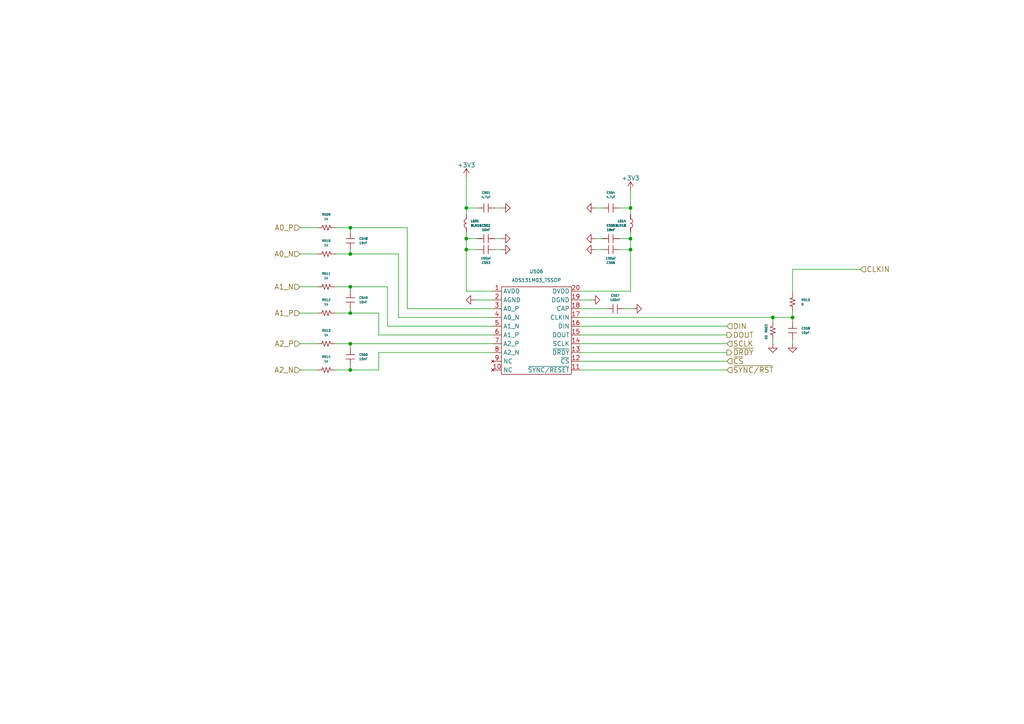
<source format=kicad_sch>
(kicad_sch (version 20211123) (generator eeschema)
  (paper "A4")
  (lib_symbols
    (symbol "ADS131M03:ADS131M03_TSSOP"
      (property "Reference" "U" (at 0 13.97 0))
      (property "Value" "ADS131M03_TSSOP" (at 0 -15.24 0))
      (symbol "ADS131M03_TSSOP_0_1"
        (rectangle (start -10.16 12.7) (end 10.16 -12.7) (stroke (width 0.1524)))
      )
      (symbol "ADS131M03_TSSOP_1_1"
        (pin power_in line (at -12.7 11.43 0) (length 2.54) (name "AVDD") (number "1"))
        (pin no_connect line (at -12.7 -11.43 0) (length 2.54) (name "NC") (number "10"))
        (pin input line (at 12.7 -11.43 180) (length 2.54) (name "~{SYNC/RESET}") (number "11"))
        (pin input line (at 12.7 -8.89 180) (length 2.54) (name "~{CS}") (number "12"))
        (pin output line (at 12.7 -6.35 180) (length 2.54) (name "~{DRDY}") (number "13"))
        (pin input line (at 12.7 -3.81 180) (length 2.54) (name "SCLK") (number "14"))
        (pin output line (at 12.7 -1.27 180) (length 2.54) (name "DOUT") (number "15"))
        (pin input line (at 12.7 1.27 180) (length 2.54) (name "DIN") (number "16"))
        (pin input line (at 12.7 3.81 180) (length 2.54) (name "CLKIN") (number "17"))
        (pin power_out line (at 12.7 6.35 180) (length 2.54) (name "CAP") (number "18"))
        (pin power_in line (at 12.7 8.89 180) (length 2.54) (name "DGND") (number "19"))
        (pin power_in line (at -12.7 8.89 0) (length 2.54) (name "AGND") (number "2"))
        (pin power_in line (at 12.7 11.43 180) (length 2.54) (name "DVDD") (number "20"))
        (pin input line (at -12.7 6.35 0) (length 2.54) (name "A0_P") (number "3"))
        (pin input line (at -12.7 3.81 0) (length 2.54) (name "A0_N") (number "4"))
        (pin input line (at -12.7 1.27 0) (length 2.54) (name "A1_N") (number "5"))
        (pin input line (at -12.7 -1.27 0) (length 2.54) (name "A1_P") (number "6"))
        (pin input line (at -12.7 -3.81 0) (length 2.54) (name "A2_P") (number "7"))
        (pin input line (at -12.7 -6.35 0) (length 2.54) (name "A2_N") (number "8"))
        (pin no_connect line (at -12.7 -8.89 0) (length 2.54) (name "NC") (number "9"))
      )
    )
    (symbol "adccore-rescue:+3.3V" (power) (pin_names (offset 0))
      (property "Value" "+3.3V" (at 0 3.556 0))
      (symbol "+3.3V_0_1"
        (polyline (pts (xy -0.762 1.27) (xy 0 2.54)))
        (polyline (pts (xy 0 0) (xy 0 2.54)))
        (polyline (pts (xy 0 2.54) (xy 0.762 1.27)))
      )
      (symbol "+3.3V_1_1"
        (pin power_in line (at 0 0 90) (length 0) hide (name "+3V3") (number "1"))
      )
    )
    (symbol "adccore-rescue:GND" (power) (pin_names (offset 0))
      (property "Value" "GND" (at 0 -3.81 0))
      (symbol "GND_0_1"
        (polyline (pts (xy 0 0) (xy 0 -1.27) (xy 1.27 -1.27) (xy 0 -2.54) (xy -1.27 -1.27) (xy 0 -1.27)))
      )
      (symbol "GND_1_1"
        (pin power_in line (at 0 0 270) (length 0) hide (name "GND") (number "1"))
      )
    )
    (symbol "passives:CAP_0402" (pin_numbers hide) (pin_names (offset 0) hide)
      (property "Reference" "C" (at 0 -2.54 0))
      (property "Value" "CAP_0402" (at 0 1.905 0))
      (symbol "CAP_0402_0_1"
        (polyline (pts (xy -1.27 0) (xy -0.635 0)))
        (polyline (pts (xy -0.635 -1.27) (xy -0.635 1.27)))
        (polyline (pts (xy 0.635 -1.27) (xy 0.635 -0.635)))
        (polyline (pts (xy 0.635 0.635) (xy 0.635 -0.635)))
        (polyline (pts (xy 0.635 1.27) (xy 0.635 0.635)))
        (polyline (pts (xy 1.27 0) (xy 0.635 0)))
      )
      (symbol "CAP_0402_1_1"
        (pin passive line (at -2.54 0 0) (length 1.27) (name "~") (number "1"))
        (pin passive line (at 2.54 0 180) (length 1.27) (name "~") (number "2"))
      )
    )
    (symbol "passives:CAP_0805" (pin_numbers hide) (pin_names (offset 0) hide)
      (property "Reference" "C" (at 0 -2.54 0))
      (property "Value" "CAP_0805" (at 0 1.905 0))
      (symbol "CAP_0805_0_1"
        (polyline (pts (xy -1.27 0) (xy -0.635 0)))
        (polyline (pts (xy -0.635 -1.27) (xy -0.635 1.27)))
        (polyline (pts (xy 0.635 -1.27) (xy 0.635 -0.635)))
        (polyline (pts (xy 0.635 0.635) (xy 0.635 -0.635)))
        (polyline (pts (xy 0.635 1.27) (xy 0.635 0.635)))
        (polyline (pts (xy 1.27 0) (xy 0.635 0)))
      )
      (symbol "CAP_0805_1_1"
        (pin passive line (at -2.54 0 0) (length 1.27) (name "~") (number "1"))
        (pin passive line (at 2.54 0 180) (length 1.27) (name "~") (number "2"))
      )
    )
    (symbol "passives:IND_0603" (pin_numbers hide) (pin_names (offset 0) hide)
      (property "Reference" "L" (at 0 -2.54 0))
      (property "Value" "IND_0603" (at 0 1.27 0))
      (symbol "IND_0603_0_1"
        (arc (start 0 0) (mid -0.635 0.635) (end -1.27 0))
        (arc (start 1.27 0) (mid 0.635 0.635) (end 0 0))
      )
      (symbol "IND_0603_1_1"
        (pin passive line (at -2.54 0 0) (length 1.27) (name "~") (number "1"))
        (pin passive line (at 2.54 0 180) (length 1.27) (name "~") (number "2"))
      )
    )
    (symbol "passives:RES_0402" (pin_numbers hide) (pin_names (offset 0) hide)
      (property "Reference" "R" (at 0 -2.54 0))
      (property "Value" "RES_0402" (at 0 1.27 0))
      (symbol "RES_0402_0_1"
        (polyline (pts (xy -1.27 0) (xy -1.016 0.762) (xy -0.508 -0.762) (xy 0 0.762) (xy 0.508 -0.762) (xy 1.016 0.762) (xy 1.27 0)))
      )
      (symbol "RES_0402_1_1"
        (pin passive line (at -2.54 0 0) (length 1.27) (name "1") (number "1"))
        (pin passive line (at 2.54 0 180) (length 1.27) (name "2") (number "2"))
      )
    )
  )
  (junction (at 101.6 73.66))
  (junction (at 135.255 60.325))
  (junction (at 182.88 72.39))
  (junction (at 182.88 60.325))
  (junction (at 182.88 69.215))
  (junction (at 135.255 72.39))
  (junction (at 101.6 83.185))
  (junction (at 224.155 92.075))
  (junction (at 101.6 107.315))
  (junction (at 101.6 66.04))
  (junction (at 135.255 69.215))
  (junction (at 101.6 90.805))
  (junction (at 101.6 99.695))
  (junction (at 229.87 92.075))
  (wire (pts (xy 182.88 69.215) (xy 182.88 72.39)))
  (wire (pts (xy 224.155 92.075) (xy 229.87 92.075)))
  (wire (pts (xy 224.155 92.075) (xy 224.155 93.345)))
  (wire (pts (xy 101.6 73.66) (xy 97.155 73.66)))
  (wire (pts (xy 86.995 107.315) (xy 92.075 107.315)))
  (wire (pts (xy 101.6 106.045) (xy 101.6 107.315)))
  (wire (pts (xy 168.275 97.155) (xy 210.82 97.155)))
  (wire (pts (xy 86.995 99.695) (xy 92.075 99.695)))
  (wire (pts (xy 229.87 90.17) (xy 229.87 92.075)))
  (wire (pts (xy 101.6 72.39) (xy 101.6 73.66)))
  (wire (pts (xy 143.51 60.325) (xy 145.415 60.325)))
  (wire (pts (xy 142.875 89.535) (xy 118.11 89.535)))
  (wire (pts (xy 86.995 66.04) (xy 92.075 66.04)))
  (wire (pts (xy 142.875 84.455) (xy 135.255 84.455)))
  (wire (pts (xy 101.6 99.695) (xy 101.6 100.965)))
  (wire (pts (xy 142.875 102.235) (xy 109.855 102.235)))
  (wire (pts (xy 229.87 98.425) (xy 229.87 99.695)))
  (wire (pts (xy 168.275 107.315) (xy 210.82 107.315)))
  (wire (pts (xy 142.875 92.075) (xy 115.57 92.075)))
  (wire (pts (xy 118.11 66.04) (xy 101.6 66.04)))
  (wire (pts (xy 174.625 60.325) (xy 172.72 60.325)))
  (wire (pts (xy 137.795 86.995) (xy 142.875 86.995)))
  (wire (pts (xy 92.075 73.66) (xy 86.995 73.66)))
  (wire (pts (xy 180.975 89.535) (xy 183.515 89.535)))
  (wire (pts (xy 135.255 60.325) (xy 138.43 60.325)))
  (wire (pts (xy 109.855 102.235) (xy 109.855 107.315)))
  (wire (pts (xy 115.57 92.075) (xy 115.57 73.66)))
  (wire (pts (xy 229.87 92.075) (xy 229.87 93.345)))
  (wire (pts (xy 143.51 69.215) (xy 145.415 69.215)))
  (wire (pts (xy 101.6 99.695) (xy 142.875 99.695)))
  (wire (pts (xy 135.255 51.435) (xy 135.255 60.325)))
  (wire (pts (xy 143.51 72.39) (xy 145.415 72.39)))
  (wire (pts (xy 97.155 99.695) (xy 101.6 99.695)))
  (wire (pts (xy 135.255 84.455) (xy 135.255 72.39)))
  (wire (pts (xy 168.275 102.235) (xy 210.82 102.235)))
  (wire (pts (xy 118.11 89.535) (xy 118.11 66.04)))
  (wire (pts (xy 97.155 83.185) (xy 101.6 83.185)))
  (wire (pts (xy 86.995 90.805) (xy 92.075 90.805)))
  (wire (pts (xy 101.6 107.315) (xy 97.155 107.315)))
  (wire (pts (xy 142.875 97.155) (xy 109.855 97.155)))
  (wire (pts (xy 168.275 99.695) (xy 210.82 99.695)))
  (wire (pts (xy 182.88 84.455) (xy 182.88 72.39)))
  (wire (pts (xy 115.57 73.66) (xy 101.6 73.66)))
  (wire (pts (xy 135.255 67.31) (xy 135.255 69.215)))
  (wire (pts (xy 142.875 94.615) (xy 112.395 94.615)))
  (wire (pts (xy 229.87 78.105) (xy 249.555 78.105)))
  (wire (pts (xy 182.88 69.215) (xy 179.705 69.215)))
  (wire (pts (xy 182.88 55.245) (xy 182.88 60.325)))
  (wire (pts (xy 101.6 83.185) (xy 101.6 84.455)))
  (wire (pts (xy 174.625 72.39) (xy 172.72 72.39)))
  (wire (pts (xy 97.155 66.04) (xy 101.6 66.04)))
  (wire (pts (xy 109.855 90.805) (xy 101.6 90.805)))
  (wire (pts (xy 135.255 69.215) (xy 138.43 69.215)))
  (wire (pts (xy 168.275 84.455) (xy 182.88 84.455)))
  (wire (pts (xy 112.395 94.615) (xy 112.395 83.185)))
  (wire (pts (xy 168.275 104.775) (xy 210.82 104.775)))
  (wire (pts (xy 135.255 72.39) (xy 138.43 72.39)))
  (wire (pts (xy 229.87 85.09) (xy 229.87 78.105)))
  (wire (pts (xy 112.395 83.185) (xy 101.6 83.185)))
  (wire (pts (xy 182.88 60.325) (xy 182.88 62.23)))
  (wire (pts (xy 135.255 60.325) (xy 135.255 62.23)))
  (wire (pts (xy 224.155 98.425) (xy 224.155 99.695)))
  (wire (pts (xy 101.6 89.535) (xy 101.6 90.805)))
  (wire (pts (xy 101.6 90.805) (xy 97.155 90.805)))
  (wire (pts (xy 101.6 66.04) (xy 101.6 67.31)))
  (wire (pts (xy 168.275 86.995) (xy 171.45 86.995)))
  (wire (pts (xy 109.855 107.315) (xy 101.6 107.315)))
  (wire (pts (xy 182.88 72.39) (xy 179.705 72.39)))
  (wire (pts (xy 109.855 97.155) (xy 109.855 90.805)))
  (wire (pts (xy 182.88 60.325) (xy 179.705 60.325)))
  (wire (pts (xy 86.995 83.185) (xy 92.075 83.185)))
  (wire (pts (xy 168.275 94.615) (xy 210.82 94.615)))
  (wire (pts (xy 174.625 69.215) (xy 172.72 69.215)))
  (wire (pts (xy 182.88 67.31) (xy 182.88 69.215)))
  (wire (pts (xy 135.255 69.215) (xy 135.255 72.39)))
  (wire (pts (xy 168.275 92.075) (xy 224.155 92.075)))
  (wire (pts (xy 168.275 89.535) (xy 175.895 89.535)))
  (hierarchical_label "A2_P" (shape input) (at 86.995 99.695 180) (effects (font (size 1.524 1.524))))
  (hierarchical_label "~{SYNC{slash}RST}" (shape input) (at 210.82 107.315 0) (effects (font (size 1.524 1.524))))
  (hierarchical_label "A0_N" (shape input) (at 86.995 73.66 180) (effects (font (size 1.524 1.524))))
  (hierarchical_label "SCLK" (shape input) (at 210.82 99.695 0) (effects (font (size 1.524 1.524))))
  (hierarchical_label "A0_P" (shape input) (at 86.995 66.04 180) (effects (font (size 1.524 1.524))))
  (hierarchical_label "~{DRDY}" (shape output) (at 210.82 102.235 0) (effects (font (size 1.524 1.524))))
  (hierarchical_label "CLKIN" (shape input) (at 249.555 78.105 0) (effects (font (size 1.524 1.524))))
  (hierarchical_label "A1_N" (shape input) (at 86.995 83.185 180) (effects (font (size 1.524 1.524))))
  (hierarchical_label "~{CS}" (shape input) (at 210.82 104.775 0) (effects (font (size 1.524 1.524))))
  (hierarchical_label "A1_P" (shape input) (at 86.995 90.805 180) (effects (font (size 1.524 1.524))))
  (hierarchical_label "DOUT" (shape output) (at 210.82 97.155 0) (effects (font (size 1.524 1.524))))
  (hierarchical_label "A2_N" (shape input) (at 86.995 107.315 180) (effects (font (size 1.524 1.524))))
  (hierarchical_label "DIN" (shape input) (at 210.82 94.615 0) (effects (font (size 1.524 1.524))))
  (symbol (lib_id "passives:RES_0402") (at 94.615 90.805 0) (unit 1)
    (property "Reference" "R512" (at 94.615 86.995 0) (effects (font (size 0.635 0.635))))
    (property "Value" "1k" (at 94.615 88.265 0) (effects (font (size 0.635 0.635))))
    (property "Footprint" "SM0402" (effects hide))
  )
  (symbol (lib_id "passives:CAP_0402") (at 101.6 69.85 90) (unit 1)
    (property "Reference" "C548" (at 104.14 69.215 90) (effects (font (size 0.635 0.635)) (justify right)))
    (property "Value" "10nF" (at 104.14 70.485 90) (effects (font (size 0.635 0.635)) (justify right)))
    (property "Footprint" "General_SMD:SM0402" (effects hide))
  )
  (symbol (lib_id "passives:IND_0603") (at 182.88 64.77 270) (mirror x) (unit 1)
    (property "Reference" "L514" (at 181.61 64.135 90) (effects (font (size 0.635 0.635)) (justify right)))
    (property "Value" "BLM18" (at 181.61 65.405 90) (effects (font (size 0.635 0.635)) (justify right)))
    (property "Footprint" "SM0603" (effects hide))
  )
  (symbol (lib_id "adccore-rescue:GND") (at 172.72 72.39 270) (mirror x) (unit 1)
    (property "Reference" "#PWR0203" (effects hide))
    (property "Value" "GND" (effects hide))
  )
  (symbol (lib_id "passives:RES_0402") (at 94.615 73.66 0) (unit 1)
    (property "Reference" "R510" (at 94.615 69.85 0) (effects (font (size 0.635 0.635))))
    (property "Value" "1k" (at 94.615 71.12 0) (effects (font (size 0.635 0.635))))
    (property "Footprint" "SM0402" (effects hide))
  )
  (symbol (lib_id "passives:CAP_0402") (at 177.165 72.39 0) (unit 1)
    (property "Reference" "C556" (at 177.165 76.2 0) (effects (font (size 0.635 0.635))))
    (property "Value" "100pF" (at 177.165 74.93 0) (effects (font (size 0.635 0.635))))
    (property "Footprint" "General_SMD:SM0402" (effects hide))
  )
  (symbol (lib_id "passives:CAP_0805") (at 140.97 60.325 0) (unit 1)
    (property "Reference" "C551" (at 140.97 55.88 0) (effects (font (size 0.635 0.635))))
    (property "Value" "4.7uF" (at 140.97 57.15 0) (effects (font (size 0.635 0.635))))
    (property "Footprint" "General_SMD:SM0805" (effects hide))
  )
  (symbol (lib_id "passives:RES_0402") (at 224.155 95.885 90) (unit 1)
    (property "Reference" "R503" (at 222.25 93.98 0) (effects (font (size 0.635 0.635)) (justify right)))
    (property "Value" "50" (at 222.25 97.155 0) (effects (font (size 0.635 0.635)) (justify right)))
    (property "Footprint" "SM0402" (effects hide))
  )
  (symbol (lib_id "adccore-rescue:GND") (at 171.45 86.995 90) (mirror x) (unit 1)
    (property "Reference" "#PWR0200" (effects hide))
    (property "Value" "GND" (effects hide))
  )
  (symbol (lib_id "passives:CAP_0402") (at 229.87 95.885 90) (unit 1)
    (property "Reference" "C558" (at 232.41 95.25 90) (effects (font (size 0.635 0.635)) (justify right)))
    (property "Value" "10pF" (at 232.41 96.52 90) (effects (font (size 0.635 0.635)) (justify right)))
    (property "Footprint" "General_SMD:SM0402" (effects hide))
  )
  (symbol (lib_id "passives:CAP_0402") (at 140.97 69.215 0) (unit 1)
    (property "Reference" "C552" (at 140.97 65.405 0) (effects (font (size 0.635 0.635))))
    (property "Value" "10nF" (at 140.97 66.675 0) (effects (font (size 0.635 0.635))))
    (property "Footprint" "General_SMD:SM0402" (effects hide))
  )
  (symbol (lib_id "adccore-rescue:GND") (at 145.415 72.39 90) (unit 1)
    (property "Reference" "#PWR0204" (effects hide))
    (property "Value" "GND" (effects hide))
  )
  (symbol (lib_id "passives:RES_0402") (at 94.615 66.04 0) (unit 1)
    (property "Reference" "R509" (at 94.615 62.23 0) (effects (font (size 0.635 0.635))))
    (property "Value" "1k" (at 94.615 63.5 0) (effects (font (size 0.635 0.635))))
    (property "Footprint" "SM0402" (effects hide))
  )
  (symbol (lib_id "adccore-rescue:GND") (at 137.795 86.995 270) (mirror x) (unit 1)
    (property "Reference" "#PWR0205" (effects hide))
    (property "Value" "GND" (effects hide))
  )
  (symbol (lib_id "passives:IND_0603") (at 135.255 64.77 90) (unit 1)
    (property "Reference" "L501" (at 136.525 64.135 90) (effects (font (size 0.635 0.635)) (justify right)))
    (property "Value" "BLM18" (at 136.525 65.405 90) (effects (font (size 0.635 0.635)) (justify right)))
    (property "Footprint" "SM0603" (effects hide))
  )
  (symbol (lib_id "passives:CAP_0805") (at 177.165 60.325 0) (unit 1)
    (property "Reference" "C554" (at 177.165 55.88 0) (effects (font (size 0.635 0.635))))
    (property "Value" "4.7uF" (at 177.165 57.15 0) (effects (font (size 0.635 0.635))))
    (property "Footprint" "General_SMD:SM0805" (effects hide))
  )
  (symbol (lib_id "passives:CAP_0402") (at 178.435 89.535 0) (mirror y) (unit 1)
    (property "Reference" "C557" (at 178.435 85.725 0) (effects (font (size 0.635 0.635))))
    (property "Value" "100nF" (at 178.435 86.995 0) (effects (font (size 0.635 0.635))))
    (property "Footprint" "General_SMD:SM0402" (effects hide))
  )
  (symbol (lib_id "passives:RES_0402") (at 229.87 87.63 90) (unit 1)
    (property "Reference" "R515" (at 232.41 86.995 90) (effects (font (size 0.635 0.635)) (justify right)))
    (property "Value" "0" (at 232.41 88.265 90) (effects (font (size 0.635 0.635)) (justify right)))
    (property "Footprint" "SM0402" (effects hide))
  )
  (symbol (lib_id "passives:RES_0402") (at 94.615 83.185 0) (unit 1)
    (property "Reference" "R511" (at 94.615 79.375 0) (effects (font (size 0.635 0.635))))
    (property "Value" "1k" (at 94.615 80.645 0) (effects (font (size 0.635 0.635))))
    (property "Footprint" "SM0402" (effects hide))
  )
  (symbol (lib_id "adccore-rescue:+3.3V") (at 182.88 55.245 0) (unit 1)
    (property "Reference" "#PWR0206" (effects hide))
    (property "Value" "+3.3V" (at 182.88 51.689 0))
  )
  (symbol (lib_id "adccore-rescue:GND") (at 224.155 99.695 0) (mirror y) (unit 1)
    (property "Reference" "#PWR0170" (effects hide))
    (property "Value" "GND" (effects hide))
  )
  (symbol (lib_id "adccore-rescue:+3.3V") (at 135.255 51.435 0) (unit 1)
    (property "Reference" "#PWR0129" (effects hide))
    (property "Value" "+3.3V" (at 135.255 47.879 0))
  )
  (symbol (lib_id "adccore-rescue:GND") (at 172.72 69.215 270) (mirror x) (unit 1)
    (property "Reference" "#PWR0202" (effects hide))
    (property "Value" "GND" (effects hide))
  )
  (symbol (lib_id "passives:CAP_0402") (at 101.6 103.505 90) (unit 1)
    (property "Reference" "C550" (at 104.14 102.87 90) (effects (font (size 0.635 0.635)) (justify right)))
    (property "Value" "10nF" (at 104.14 104.14 90) (effects (font (size 0.635 0.635)) (justify right)))
    (property "Footprint" "General_SMD:SM0402" (effects hide))
  )
  (symbol (lib_id "passives:RES_0402") (at 94.615 107.315 0) (unit 1)
    (property "Reference" "R514" (at 94.615 103.505 0) (effects (font (size 0.635 0.635))))
    (property "Value" "1k" (at 94.615 104.775 0) (effects (font (size 0.635 0.635))))
    (property "Footprint" "SM0402" (effects hide))
  )
  (symbol (lib_id "adccore-rescue:GND") (at 229.87 99.695 0) (mirror y) (unit 1)
    (property "Reference" "#PWR0196" (effects hide))
    (property "Value" "GND" (effects hide))
  )
  (symbol (lib_id "ADS131M03:ADS131M03_TSSOP") (at 155.575 95.885 0) (unit 1)
    (property "Reference" "U506" (at 155.575 78.74 0) (effects (font (size 1 1))))
    (property "Value" "ADS131M03_TSSOP" (at 155.575 81.28 0) (effects (font (size 1 1))))
    (property "Footprint" "SSOP:TSSOP20_5.8W" (effects hide))
  )
  (symbol (lib_id "passives:CAP_0402") (at 101.6 86.995 90) (unit 1)
    (property "Reference" "C549" (at 104.14 86.36 90) (effects (font (size 0.635 0.635)) (justify right)))
    (property "Value" "10nF" (at 104.14 87.63 90) (effects (font (size 0.635 0.635)) (justify right)))
    (property "Footprint" "General_SMD:SM0402" (effects hide))
  )
  (symbol (lib_id "adccore-rescue:GND") (at 183.515 89.535 90) (mirror x) (unit 1)
    (property "Reference" "#PWR0195" (effects hide))
    (property "Value" "GND" (effects hide))
  )
  (symbol (lib_id "passives:CAP_0402") (at 177.165 69.215 0) (mirror y) (unit 1)
    (property "Reference" "C555" (at 177.165 65.405 0) (effects (font (size 0.635 0.635))))
    (property "Value" "10nF" (at 177.165 66.675 0) (effects (font (size 0.635 0.635))))
    (property "Footprint" "General_SMD:SM0402" (effects hide))
  )
  (symbol (lib_id "adccore-rescue:GND") (at 145.415 69.215 90) (unit 1)
    (property "Reference" "#PWR0199" (effects hide))
    (property "Value" "GND" (effects hide))
  )
  (symbol (lib_id "adccore-rescue:GND") (at 145.415 60.325 90) (unit 1)
    (property "Reference" "#PWR0198" (effects hide))
    (property "Value" "GND" (effects hide))
  )
  (symbol (lib_id "passives:RES_0402") (at 94.615 99.695 0) (unit 1)
    (property "Reference" "R513" (at 94.615 95.885 0) (effects (font (size 0.635 0.635))))
    (property "Value" "1k" (at 94.615 97.155 0) (effects (font (size 0.635 0.635))))
    (property "Footprint" "SM0402" (effects hide))
  )
  (symbol (lib_id "adccore-rescue:GND") (at 172.72 60.325 270) (mirror x) (unit 1)
    (property "Reference" "#PWR0197" (effects hide))
    (property "Value" "GND" (effects hide))
  )
  (symbol (lib_id "passives:CAP_0402") (at 140.97 72.39 0) (mirror y) (unit 1)
    (property "Reference" "C553" (at 140.97 76.2 0) (effects (font (size 0.635 0.635))))
    (property "Value" "100pF" (at 140.97 74.93 0) (effects (font (size 0.635 0.635))))
    (property "Footprint" "General_SMD:SM0402" (effects hide))
  )
)
</source>
